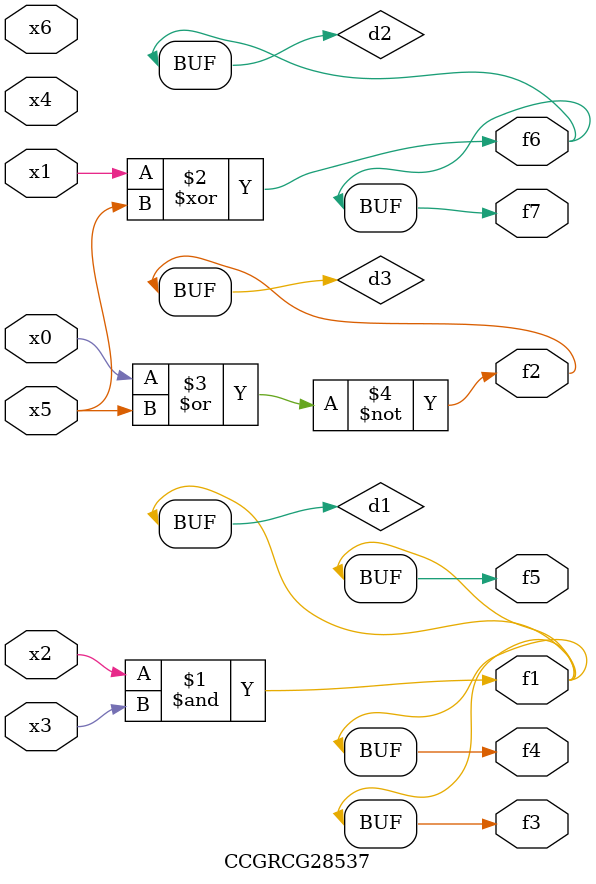
<source format=v>
module CCGRCG28537(
	input x0, x1, x2, x3, x4, x5, x6,
	output f1, f2, f3, f4, f5, f6, f7
);

	wire d1, d2, d3;

	and (d1, x2, x3);
	xor (d2, x1, x5);
	nor (d3, x0, x5);
	assign f1 = d1;
	assign f2 = d3;
	assign f3 = d1;
	assign f4 = d1;
	assign f5 = d1;
	assign f6 = d2;
	assign f7 = d2;
endmodule

</source>
